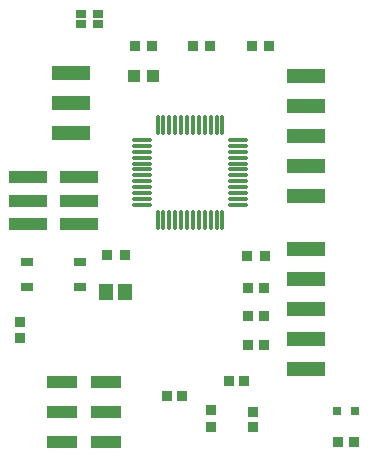
<source format=gtp>
G04*
G04 #@! TF.GenerationSoftware,Altium Limited,Altium Designer,24.9.1 (31)*
G04*
G04 Layer_Color=8421504*
%FSLAX44Y44*%
%MOMM*%
G71*
G04*
G04 #@! TF.SameCoordinates,573C6FB0-CD79-483D-94B5-B6DABAD4C9EF*
G04*
G04*
G04 #@! TF.FilePolarity,Positive*
G04*
G01*
G75*
%ADD18O,0.3000X1.8000*%
%ADD19O,1.8000X0.3000*%
%ADD20R,3.1800X1.2700*%
%ADD21R,0.9121X0.9581*%
%ADD22R,0.8500X0.9000*%
%ADD23R,0.9000X0.8500*%
%ADD24R,0.9350X0.9621*%
%ADD25R,0.8500X0.6500*%
%ADD26R,0.9906X0.7112*%
%ADD27R,2.5000X1.0000*%
%ADD28R,3.3000X1.0200*%
%ADD29R,1.3046X1.4562*%
%ADD30R,0.9581X0.9121*%
%ADD31R,1.0637X1.0621*%
%ADD32R,0.8000X0.8000*%
D18*
X328100Y478650D02*
D03*
X333100D02*
D03*
X338100D02*
D03*
X343100D02*
D03*
X348100D02*
D03*
X353100D02*
D03*
X358100D02*
D03*
X363100D02*
D03*
X368100D02*
D03*
X373100D02*
D03*
X378100D02*
D03*
X383100D02*
D03*
Y397650D02*
D03*
X378100D02*
D03*
X373100D02*
D03*
X368100D02*
D03*
X363100D02*
D03*
X358100D02*
D03*
X353100D02*
D03*
X348100D02*
D03*
X343100D02*
D03*
X338100D02*
D03*
X333100D02*
D03*
X328100D02*
D03*
D19*
X396100Y465650D02*
D03*
Y460650D02*
D03*
Y455650D02*
D03*
Y450650D02*
D03*
Y445650D02*
D03*
Y440650D02*
D03*
Y435650D02*
D03*
Y430650D02*
D03*
Y425650D02*
D03*
Y420650D02*
D03*
Y415650D02*
D03*
Y410650D02*
D03*
X315100D02*
D03*
Y415650D02*
D03*
Y420650D02*
D03*
Y425650D02*
D03*
Y430650D02*
D03*
Y435650D02*
D03*
Y440650D02*
D03*
Y445650D02*
D03*
Y450650D02*
D03*
Y455650D02*
D03*
Y460650D02*
D03*
Y465650D02*
D03*
D20*
X254932Y471688D02*
D03*
Y497088D02*
D03*
Y522488D02*
D03*
X453410Y297180D02*
D03*
Y322580D02*
D03*
Y373380D02*
D03*
Y347980D02*
D03*
Y271780D02*
D03*
Y417830D02*
D03*
Y494030D02*
D03*
Y519430D02*
D03*
Y468630D02*
D03*
Y443230D02*
D03*
D21*
X373380Y222600D02*
D03*
Y237140D02*
D03*
D22*
X388320Y261620D02*
D03*
X401320D02*
D03*
X336250Y248920D02*
D03*
X349250D02*
D03*
X417980Y292100D02*
D03*
X404980D02*
D03*
X417980Y316230D02*
D03*
X404980D02*
D03*
X417980Y340360D02*
D03*
X404980D02*
D03*
D23*
X408940Y235250D02*
D03*
Y222250D02*
D03*
X212090Y298300D02*
D03*
Y311300D02*
D03*
D24*
X358140Y544830D02*
D03*
X372448D02*
D03*
X309076D02*
D03*
X323384D02*
D03*
X408136D02*
D03*
X422444D02*
D03*
X480526Y209550D02*
D03*
X494834D02*
D03*
D25*
X277760Y571940D02*
D03*
Y563440D02*
D03*
X263260Y571940D02*
D03*
Y563440D02*
D03*
D26*
X262530Y341040D02*
D03*
X217530D02*
D03*
X262530Y362540D02*
D03*
X217530D02*
D03*
D27*
X247330Y209991D02*
D03*
X284330D02*
D03*
X247330Y235391D02*
D03*
X284330D02*
D03*
X247330Y260791D02*
D03*
X284330D02*
D03*
D28*
X261380Y394020D02*
D03*
X218680D02*
D03*
X261380Y414020D02*
D03*
X218680D02*
D03*
X261380Y434020D02*
D03*
X218680D02*
D03*
D29*
X284874Y336550D02*
D03*
X300990D02*
D03*
D30*
X404210Y367030D02*
D03*
X418750D02*
D03*
X285750Y368300D02*
D03*
X300290D02*
D03*
D31*
X324524Y519430D02*
D03*
X307936D02*
D03*
D32*
X495237Y236264D02*
D03*
X480237D02*
D03*
M02*

</source>
